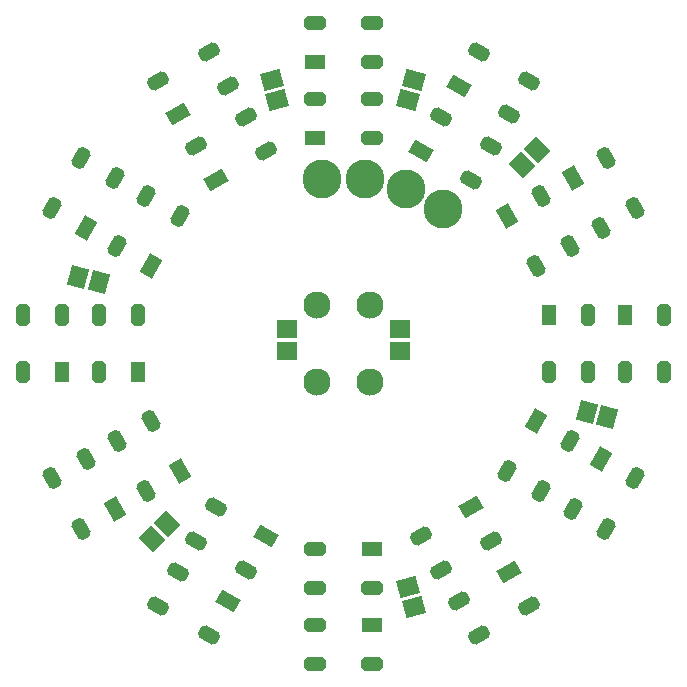
<source format=gts>
G04 Layer_Color=8388736*
%FSLAX42Y42*%
%MOMM*%
G71*
G01*
G75*
G04:AMPARAMS|DCode=34|XSize=1.7mm|YSize=1.5mm|CornerRadius=0mm|HoleSize=0mm|Usage=FLASHONLY|Rotation=135.000|XOffset=0mm|YOffset=0mm|HoleType=Round|Shape=Rectangle|*
%AMROTATEDRECTD34*
4,1,4,1.13,-0.07,0.07,-1.13,-1.13,0.07,-0.07,1.13,1.13,-0.07,0.0*
%
%ADD34ROTATEDRECTD34*%

G04:AMPARAMS|DCode=35|XSize=1.7mm|YSize=1.5mm|CornerRadius=0mm|HoleSize=0mm|Usage=FLASHONLY|Rotation=75.000|XOffset=0mm|YOffset=0mm|HoleType=Round|Shape=Rectangle|*
%AMROTATEDRECTD35*
4,1,4,0.50,-1.02,-0.94,-0.63,-0.50,1.02,0.94,0.63,0.50,-1.02,0.0*
%
%ADD35ROTATEDRECTD35*%

G04:AMPARAMS|DCode=36|XSize=1.7mm|YSize=1.5mm|CornerRadius=0mm|HoleSize=0mm|Usage=FLASHONLY|Rotation=15.000|XOffset=0mm|YOffset=0mm|HoleType=Round|Shape=Rectangle|*
%AMROTATEDRECTD36*
4,1,4,-0.63,-0.94,-1.02,0.50,0.63,0.94,1.02,-0.50,-0.63,-0.94,0.0*
%
%ADD36ROTATEDRECTD36*%

%ADD37R,1.70X1.50*%
G04:AMPARAMS|DCode=38|XSize=1.8mm|YSize=1.2mm|CornerRadius=0mm|HoleSize=0mm|Usage=FLASHONLY|Rotation=300.000|XOffset=0mm|YOffset=0mm|HoleType=Round|Shape=Octagon|*
%AMOCTAGOND38*
4,1,8,0.19,-0.93,0.71,-0.63,0.82,-0.22,0.22,0.82,-0.19,0.93,-0.71,0.63,-0.82,0.22,-0.22,-0.82,0.19,-0.93,0.0*
%
%ADD38OCTAGOND38*%

G04:AMPARAMS|DCode=39|XSize=1.8mm|YSize=1.2mm|CornerRadius=0mm|HoleSize=0mm|Usage=FLASHONLY|Rotation=300.000|XOffset=0mm|YOffset=0mm|HoleType=Round|Shape=Rectangle|*
%AMROTATEDRECTD39*
4,1,4,-0.97,0.48,0.07,1.08,0.97,-0.48,-0.07,-1.08,-0.97,0.48,0.0*
%
%ADD39ROTATEDRECTD39*%

G04:AMPARAMS|DCode=40|XSize=1.8mm|YSize=1.2mm|CornerRadius=0mm|HoleSize=0mm|Usage=FLASHONLY|Rotation=270.000|XOffset=0mm|YOffset=0mm|HoleType=Round|Shape=Octagon|*
%AMOCTAGOND40*
4,1,8,-0.30,-0.90,0.30,-0.90,0.60,-0.60,0.60,0.60,0.30,0.90,-0.30,0.90,-0.60,0.60,-0.60,-0.60,-0.30,-0.90,0.0*
%
%ADD40OCTAGOND40*%

%ADD41R,1.20X1.80*%
G04:AMPARAMS|DCode=42|XSize=1.8mm|YSize=1.2mm|CornerRadius=0mm|HoleSize=0mm|Usage=FLASHONLY|Rotation=240.000|XOffset=0mm|YOffset=0mm|HoleType=Round|Shape=Octagon|*
%AMOCTAGOND42*
4,1,8,-0.71,-0.63,-0.19,-0.93,0.22,-0.82,0.82,0.22,0.71,0.63,0.19,0.93,-0.22,0.82,-0.82,-0.22,-0.71,-0.63,0.0*
%
%ADD42OCTAGOND42*%

G04:AMPARAMS|DCode=43|XSize=1.8mm|YSize=1.2mm|CornerRadius=0mm|HoleSize=0mm|Usage=FLASHONLY|Rotation=240.000|XOffset=0mm|YOffset=0mm|HoleType=Round|Shape=Rectangle|*
%AMROTATEDRECTD43*
4,1,4,-0.07,1.08,0.97,0.48,0.07,-1.08,-0.97,-0.48,-0.07,1.08,0.0*
%
%ADD43ROTATEDRECTD43*%

G04:AMPARAMS|DCode=44|XSize=1.8mm|YSize=1.2mm|CornerRadius=0mm|HoleSize=0mm|Usage=FLASHONLY|Rotation=210.000|XOffset=0mm|YOffset=0mm|HoleType=Round|Shape=Octagon|*
%AMOCTAGOND44*
4,1,8,-0.93,-0.19,-0.63,-0.71,-0.22,-0.82,0.82,-0.22,0.93,0.19,0.63,0.71,0.22,0.82,-0.82,0.22,-0.93,-0.19,0.0*
%
%ADD44OCTAGOND44*%

G04:AMPARAMS|DCode=45|XSize=1.8mm|YSize=1.2mm|CornerRadius=0mm|HoleSize=0mm|Usage=FLASHONLY|Rotation=210.000|XOffset=0mm|YOffset=0mm|HoleType=Round|Shape=Rectangle|*
%AMROTATEDRECTD45*
4,1,4,0.48,0.97,1.08,-0.07,-0.48,-0.97,-1.08,0.07,0.48,0.97,0.0*
%
%ADD45ROTATEDRECTD45*%

G04:AMPARAMS|DCode=46|XSize=1.8mm|YSize=1.2mm|CornerRadius=0mm|HoleSize=0mm|Usage=FLASHONLY|Rotation=180.000|XOffset=0mm|YOffset=0mm|HoleType=Round|Shape=Octagon|*
%AMOCTAGOND46*
4,1,8,-0.90,0.30,-0.90,-0.30,-0.60,-0.60,0.60,-0.60,0.90,-0.30,0.90,0.30,0.60,0.60,-0.60,0.60,-0.90,0.30,0.0*
%
%ADD46OCTAGOND46*%

%ADD47R,1.80X1.20*%
G04:AMPARAMS|DCode=48|XSize=1.8mm|YSize=1.2mm|CornerRadius=0mm|HoleSize=0mm|Usage=FLASHONLY|Rotation=150.000|XOffset=0mm|YOffset=0mm|HoleType=Round|Shape=Octagon|*
%AMOCTAGOND48*
4,1,8,-0.63,0.71,-0.93,0.19,-0.82,-0.22,0.22,-0.82,0.63,-0.71,0.93,-0.19,0.82,0.22,-0.22,0.82,-0.63,0.71,0.0*
%
%ADD48OCTAGOND48*%

G04:AMPARAMS|DCode=49|XSize=1.8mm|YSize=1.2mm|CornerRadius=0mm|HoleSize=0mm|Usage=FLASHONLY|Rotation=150.000|XOffset=0mm|YOffset=0mm|HoleType=Round|Shape=Rectangle|*
%AMROTATEDRECTD49*
4,1,4,1.08,0.07,0.48,-0.97,-1.08,-0.07,-0.48,0.97,1.08,0.07,0.0*
%
%ADD49ROTATEDRECTD49*%

G04:AMPARAMS|DCode=50|XSize=1.7mm|YSize=1.5mm|CornerRadius=0mm|HoleSize=0mm|Usage=FLASHONLY|Rotation=345.000|XOffset=0mm|YOffset=0mm|HoleType=Round|Shape=Rectangle|*
%AMROTATEDRECTD50*
4,1,4,-1.02,-0.50,-0.63,0.94,1.02,0.50,0.63,-0.94,-1.02,-0.50,0.0*
%
%ADD50ROTATEDRECTD50*%

%ADD51C,2.30*%
%ADD52C,3.30*%
D34*
X13935Y4511D02*
D03*
X14063Y4639D02*
D03*
X10928Y1474D02*
D03*
X10800Y1346D02*
D03*
D35*
X14482Y2423D02*
D03*
X14656Y2377D02*
D03*
X10351Y3517D02*
D03*
X10177Y3563D02*
D03*
D36*
X12971Y942D02*
D03*
X13017Y768D02*
D03*
X11862Y5058D02*
D03*
X11816Y5232D02*
D03*
D37*
X11944Y2940D02*
D03*
Y3120D02*
D03*
X12904Y2940D02*
D03*
Y3120D02*
D03*
D38*
X14339Y3823D02*
D03*
X14053Y3658D02*
D03*
X14094Y4247D02*
D03*
X10509Y2177D02*
D03*
X10795Y2342D02*
D03*
X10754Y1753D02*
D03*
X14893Y4143D02*
D03*
X14608Y3978D02*
D03*
X14648Y4567D02*
D03*
X9955Y1857D02*
D03*
X10240Y2022D02*
D03*
X10200Y1433D02*
D03*
D39*
X13808Y4082D02*
D03*
X11040Y1918D02*
D03*
X14363Y4402D02*
D03*
X10485Y1598D02*
D03*
D40*
X14494Y2755D02*
D03*
X14164D02*
D03*
X14494Y3245D02*
D03*
X10354D02*
D03*
X10684D02*
D03*
X10354Y2755D02*
D03*
X15134D02*
D03*
X14804D02*
D03*
X15134Y3245D02*
D03*
X9714D02*
D03*
X10044D02*
D03*
X9714Y2755D02*
D03*
D41*
X14164Y3245D02*
D03*
X10684Y2755D02*
D03*
X14804Y3245D02*
D03*
X10044Y2755D02*
D03*
D42*
X14094Y1753D02*
D03*
X13808Y1918D02*
D03*
X14339Y2177D02*
D03*
X10754Y4247D02*
D03*
X11040Y4082D02*
D03*
X10509Y3823D02*
D03*
X14648Y1433D02*
D03*
X14363Y1598D02*
D03*
X14893Y1857D02*
D03*
X10200Y4567D02*
D03*
X10485Y4402D02*
D03*
X9955Y4143D02*
D03*
D43*
X14053Y2342D02*
D03*
X10795Y3658D02*
D03*
X14608Y2022D02*
D03*
X10240Y3978D02*
D03*
D44*
X13247Y1085D02*
D03*
X13082Y1371D02*
D03*
X13671Y1330D02*
D03*
X11601Y4915D02*
D03*
X11766Y4629D02*
D03*
X11177Y4670D02*
D03*
X13567Y531D02*
D03*
X13402Y816D02*
D03*
X13991Y776D02*
D03*
X11281Y5469D02*
D03*
X11446Y5184D02*
D03*
X10857Y5224D02*
D03*
D45*
X13506Y1616D02*
D03*
X11342Y4384D02*
D03*
X13826Y1061D02*
D03*
X11022Y4939D02*
D03*
D46*
X12179Y930D02*
D03*
Y1260D02*
D03*
X12669Y930D02*
D03*
Y5070D02*
D03*
Y4740D02*
D03*
X12179Y5070D02*
D03*
Y290D02*
D03*
Y620D02*
D03*
X12669Y290D02*
D03*
Y5710D02*
D03*
Y5380D02*
D03*
X12179Y5710D02*
D03*
D47*
X12669Y1260D02*
D03*
X12179Y4740D02*
D03*
X12669Y620D02*
D03*
X12179Y5380D02*
D03*
D48*
X11177Y1330D02*
D03*
X11342Y1616D02*
D03*
X11601Y1085D02*
D03*
X13671Y4670D02*
D03*
X13506Y4384D02*
D03*
X13247Y4915D02*
D03*
X13991Y5224D02*
D03*
X13826Y4939D02*
D03*
X13567Y5469D02*
D03*
X10857Y776D02*
D03*
X11022Y1061D02*
D03*
X11281Y531D02*
D03*
D49*
X11766Y1371D02*
D03*
X13082Y4629D02*
D03*
X13402Y5184D02*
D03*
X11446Y816D02*
D03*
D50*
X13017Y5232D02*
D03*
X12971Y5058D02*
D03*
D51*
X12199Y3325D02*
D03*
X12649D02*
D03*
X12199Y2675D02*
D03*
X12649D02*
D03*
D52*
X12244Y4395D02*
D03*
X12604D02*
D03*
X12949Y4305D02*
D03*
X13264Y4140D02*
D03*
M02*

</source>
